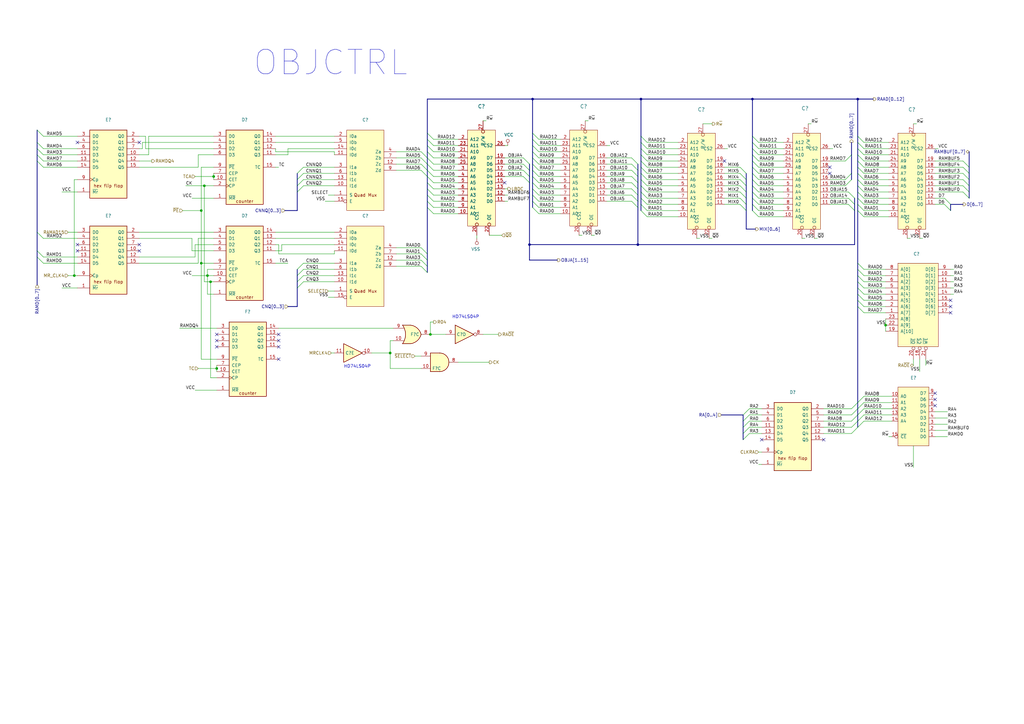
<source format=kicad_sch>
(kicad_sch (version 20211123) (generator eeschema)
  (paper "A3")
  (title_block (date "2022-04-29") (rev "J. Tejada") (company "JOTEGO") (comment 1 "Esperanza D. Triana"))
  (junction (at 87.63 72.39))
  (junction (at 88.9 151.13))
  (junction (at 30.48 113.03))
  (junction (at 218.44 40.64))
  (junction (at 262.89 40.64))
  (junction (at 160.02 144.78))
  (junction (at 261.62 100.33))
  (junction (at 83.82 76.2))
  (junction (at 217.17 100.33))
  (junction (at 363.22 133.35))
  (junction (at 86.36 115.57))
  (junction (at 82.55 86.36))
  (junction (at 85.09 113.03))
  (junction (at 308.61 40.64))
  (junction (at 82.55 107.95))
  (junction (at 176.53 137.16))
  (junction (at 351.79 40.64))
  (no_connect (at 383.54 161.29))
  (no_connect (at 389.89 125.73))
  (no_connect (at 337.82 180.34))
  (no_connect (at 31.75 100.33))
  (no_connect (at 114.3 142.24))
  (no_connect (at 114.3 137.16))
  (no_connect (at 340.36 68.58))
  (no_connect (at 207.01 74.93))
  (no_connect (at 383.54 166.37))
  (no_connect (at 389.89 123.19))
  (no_connect (at 114.3 147.32))
  (no_connect (at 31.75 58.42))
  (no_connect (at 389.89 128.27))
  (no_connect (at 57.15 100.33))
  (no_connect (at 88.9 142.24))
  (no_connect (at 88.9 137.16))
  (no_connect (at 383.54 163.83))
  (no_connect (at 57.15 102.87))
  (no_connect (at 340.36 71.12))
  (no_connect (at 312.42 180.34))
  (no_connect (at 114.3 139.7))
  (no_connect (at 31.75 102.87))
  (no_connect (at 297.18 66.04))
  (no_connect (at 57.15 58.42))
  (no_connect (at 88.9 139.7))
  (bus_entry (at 351.79 55.88) (size 2.54 2.54))
  (bus_entry (at 308.61 73.66) (size 2.54 2.54))
  (bus_entry (at 121.92 71.12) (size 2.54 -2.54))
  (bus_entry (at 387.35 81.28) (size 2.54 2.54))
  (bus_entry (at 307.34 170.18) (size -2.54 2.54))
  (bus_entry (at 397.51 71.12) (size -2.54 -2.54))
  (bus_entry (at 351.79 58.42) (size 2.54 2.54))
  (bus_entry (at 397.51 78.74) (size -2.54 -2.54))
  (bus_entry (at 121.92 113.03) (size 2.54 -2.54))
  (bus_entry (at 306.07 71.12) (size -2.54 -2.54))
  (bus_entry (at 397.51 81.28) (size -2.54 -2.54))
  (bus_entry (at 262.89 73.66) (size 2.54 2.54))
  (bus_entry (at 308.61 83.82) (size 2.54 2.54))
  (bus_entry (at 15.24 58.42) (size 2.54 2.54))
  (bus_entry (at 261.62 80.01) (size -2.54 -2.54))
  (bus_entry (at 15.24 95.25) (size 2.54 2.54))
  (bus_entry (at 175.26 64.77) (size 2.54 2.54))
  (bus_entry (at 262.89 66.04) (size 2.54 2.54))
  (bus_entry (at 175.26 106.68) (size -2.54 -2.54))
  (bus_entry (at 214.63 72.39) (size 2.54 2.54))
  (bus_entry (at 351.79 110.49) (size 2.54 2.54))
  (bus_entry (at 351.79 115.57) (size 2.54 2.54))
  (bus_entry (at 349.25 172.72) (size 2.54 -2.54))
  (bus_entry (at 347.98 81.28) (size 2.54 2.54))
  (bus_entry (at 349.25 177.8) (size 2.54 -2.54))
  (bus_entry (at 15.24 53.34) (size 2.54 2.54))
  (bus_entry (at 262.89 78.74) (size 2.54 2.54))
  (bus_entry (at 354.33 162.56) (size -2.54 2.54))
  (bus_entry (at 307.34 172.72) (size -2.54 2.54))
  (bus_entry (at 308.61 71.12) (size 2.54 2.54))
  (bus_entry (at 349.25 175.26) (size 2.54 -2.54))
  (bus_entry (at 121.92 73.66) (size 2.54 -2.54))
  (bus_entry (at 303.53 76.2) (size 2.54 2.54))
  (bus_entry (at 218.44 74.93) (size 2.54 2.54))
  (bus_entry (at 308.61 86.36) (size 2.54 2.54))
  (bus_entry (at 308.61 68.58) (size 2.54 2.54))
  (bus_entry (at 175.26 69.85) (size 2.54 2.54))
  (bus_entry (at 218.44 57.15) (size 2.54 2.54))
  (bus_entry (at 218.44 54.61) (size 2.54 2.54))
  (bus_entry (at 347.98 83.82) (size 2.54 2.54))
  (bus_entry (at 175.26 64.77) (size -2.54 -2.54))
  (bus_entry (at 308.61 63.5) (size 2.54 2.54))
  (bus_entry (at 262.89 68.58) (size 2.54 2.54))
  (bus_entry (at 175.26 69.85) (size -2.54 -2.54))
  (bus_entry (at 308.61 76.2) (size 2.54 2.54))
  (bus_entry (at 351.79 76.2) (size 2.54 2.54))
  (bus_entry (at 175.26 85.09) (size 2.54 2.54))
  (bus_entry (at 121.92 78.74) (size 2.54 -2.54))
  (bus_entry (at 175.26 111.76) (size -2.54 -2.54))
  (bus_entry (at 308.61 78.74) (size 2.54 2.54))
  (bus_entry (at 218.44 59.69) (size 2.54 2.54))
  (bus_entry (at 218.44 72.39) (size 2.54 2.54))
  (bus_entry (at 175.26 72.39) (size 2.54 2.54))
  (bus_entry (at 261.62 77.47) (size -2.54 -2.54))
  (bus_entry (at 351.79 86.36) (size 2.54 2.54))
  (bus_entry (at 351.79 107.95) (size 2.54 2.54))
  (bus_entry (at 218.44 62.23) (size 2.54 2.54))
  (bus_entry (at 308.61 81.28) (size 2.54 2.54))
  (bus_entry (at 397.51 68.58) (size -2.54 -2.54))
  (bus_entry (at 349.25 167.64) (size 2.54 -2.54))
  (bus_entry (at 175.26 67.31) (size -2.54 -2.54))
  (bus_entry (at 308.61 60.96) (size 2.54 2.54))
  (bus_entry (at 351.79 120.65) (size 2.54 2.54))
  (bus_entry (at 306.07 86.36) (size -2.54 -2.54))
  (bus_entry (at 121.92 118.11) (size 2.54 -2.54))
  (bus_entry (at 262.89 63.5) (size 2.54 2.54))
  (bus_entry (at 261.62 72.39) (size -2.54 -2.54))
  (bus_entry (at 262.89 86.36) (size 2.54 2.54))
  (bus_entry (at 306.07 83.82) (size -2.54 -2.54))
  (bus_entry (at 218.44 85.09) (size 2.54 2.54))
  (bus_entry (at 308.61 66.04) (size 2.54 2.54))
  (bus_entry (at 218.44 67.31) (size 2.54 2.54))
  (bus_entry (at 351.79 123.19) (size 2.54 2.54))
  (bus_entry (at 175.26 74.93) (size 2.54 2.54))
  (bus_entry (at 218.44 77.47) (size 2.54 2.54))
  (bus_entry (at 175.26 109.22) (size -2.54 -2.54))
  (bus_entry (at 397.51 73.66) (size -2.54 -2.54))
  (bus_entry (at 308.61 58.42) (size 2.54 2.54))
  (bus_entry (at 121.92 110.49) (size 2.54 -2.54))
  (bus_entry (at 351.79 73.66) (size 2.54 2.54))
  (bus_entry (at 350.52 81.28) (size -2.54 -2.54))
  (bus_entry (at 306.07 76.2) (size -2.54 -2.54))
  (bus_entry (at 217.17 67.31) (size -2.54 -2.54))
  (bus_entry (at 387.35 83.82) (size 2.54 2.54))
  (bus_entry (at 15.24 60.96) (size 2.54 2.54))
  (bus_entry (at 306.07 73.66) (size -2.54 -2.54))
  (bus_entry (at 15.24 66.04) (size 2.54 2.54))
  (bus_entry (at 354.33 170.18) (size -2.54 2.54))
  (bus_entry (at 304.8 170.18) (size 2.54 -2.54))
  (bus_entry (at 351.79 66.04) (size 2.54 2.54))
  (bus_entry (at 175.26 59.69) (size 2.54 2.54))
  (bus_entry (at 261.62 69.85) (size -2.54 -2.54))
  (bus_entry (at 175.26 80.01) (size 2.54 2.54))
  (bus_entry (at 351.79 125.73) (size 2.54 2.54))
  (bus_entry (at 351.79 71.12) (size 2.54 2.54))
  (bus_entry (at 351.79 78.74) (size 2.54 2.54))
  (bus_entry (at 262.89 71.12) (size 2.54 2.54))
  (bus_entry (at 307.34 177.8) (size -2.54 2.54))
  (bus_entry (at 349.25 71.12) (size -2.54 2.54))
  (bus_entry (at 175.26 82.55) (size 2.54 2.54))
  (bus_entry (at 218.44 69.85) (size 2.54 2.54))
  (bus_entry (at 261.62 82.55) (size -2.54 -2.54))
  (bus_entry (at 218.44 80.01) (size 2.54 2.54))
  (bus_entry (at 308.61 55.88) (size 2.54 2.54))
  (bus_entry (at 349.25 170.18) (size 2.54 -2.54))
  (bus_entry (at 172.72 69.85) (size 2.54 2.54))
  (bus_entry (at 15.24 63.5) (size 2.54 2.54))
  (bus_entry (at 351.79 118.11) (size 2.54 2.54))
  (bus_entry (at 217.17 69.85) (size -2.54 -2.54))
  (bus_entry (at 175.26 62.23) (size 2.54 2.54))
  (bus_entry (at 351.79 83.82) (size 2.54 2.54))
  (bus_entry (at 218.44 82.55) (size 2.54 2.54))
  (bus_entry (at 349.25 73.66) (size -2.54 2.54))
  (bus_entry (at 218.44 64.77) (size 2.54 2.54))
  (bus_entry (at 15.24 105.41) (size 2.54 2.54))
  (bus_entry (at 175.26 104.14) (size -2.54 -2.54))
  (bus_entry (at 262.89 76.2) (size 2.54 2.54))
  (bus_entry (at 307.34 175.26) (size -2.54 2.54))
  (bus_entry (at 121.92 115.57) (size 2.54 -2.54))
  (bus_entry (at 394.97 73.66) (size 2.54 2.54))
  (bus_entry (at 306.07 81.28) (size -2.54 -2.54))
  (bus_entry (at 349.25 63.5) (size -2.54 2.54))
  (bus_entry (at 354.33 165.1) (size -2.54 2.54))
  (bus_entry (at 259.08 72.39) (size 2.54 2.54))
  (bus_entry (at 259.08 82.55) (size 2.54 2.54))
  (bus_entry (at 351.79 60.96) (size 2.54 2.54))
  (bus_entry (at 261.62 67.31) (size -2.54 -2.54))
  (bus_entry (at 354.33 172.72) (size -2.54 2.54))
  (bus_entry (at 262.89 60.96) (size 2.54 2.54))
  (bus_entry (at 262.89 58.42) (size 2.54 2.54))
  (bus_entry (at 351.79 113.03) (size 2.54 2.54))
  (bus_entry (at 121.92 76.2) (size 2.54 -2.54))
  (bus_entry (at 15.24 102.87) (size 2.54 2.54))
  (bus_entry (at 262.89 83.82) (size 2.54 2.54))
  (bus_entry (at 175.26 67.31) (size 2.54 2.54))
  (bus_entry (at 175.26 54.61) (size 2.54 2.54))
  (bus_entry (at 351.79 68.58) (size 2.54 2.54))
  (bus_entry (at 354.33 167.64) (size -2.54 2.54))
  (bus_entry (at 351.79 63.5) (size 2.54 2.54))
  (bus_entry (at 175.26 77.47) (size 2.54 2.54))
  (bus_entry (at 262.89 55.88) (size 2.54 2.54))
  (bus_entry (at 217.17 72.39) (size -2.54 -2.54))
  (bus_entry (at 175.26 57.15) (size 2.54 2.54))
  (bus_entry (at 262.89 81.28) (size 2.54 2.54))
  (bus_entry (at 351.79 81.28) (size 2.54 2.54))
  (wire (pts (xy 17.78 97.79) (xy 31.75 97.79)))
  (wire (pts (xy 17.78 107.95) (xy 31.75 107.95)))
  (bus (pts (xy 121.92 86.36) (xy 116.84 86.36)))
  (wire (pts (xy 113.03 97.79) (xy 137.16 97.79)))
  (bus (pts (xy 262.89 58.42) (xy 262.89 60.96)))
  (wire (pts (xy 177.8 57.15) (xy 187.96 57.15)))
  (bus (pts (xy 397.51 71.12) (xy 397.51 73.66)))
  (bus (pts (xy 308.61 83.82) (xy 308.61 86.36)))
  (wire (pts (xy 74.93 86.36) (xy 82.55 86.36)))
  (bus (pts (xy 121.92 71.12) (xy 121.92 73.66)))
  (wire (pts (xy 118.11 63.5) (xy 118.11 60.96)))
  (bus (pts (xy 175.26 77.47) (xy 175.26 80.01)))
  (bus (pts (xy 262.89 83.82) (xy 262.89 86.36)))
  (wire (pts (xy 311.15 58.42) (xy 321.31 58.42)))
  (bus (pts (xy 217.17 67.31) (xy 217.17 69.85)))
  (wire (pts (xy 86.36 115.57) (xy 87.63 115.57)))
  (wire (pts (xy 176.53 137.16) (xy 182.88 137.16)))
  (wire (pts (xy 220.98 74.93) (xy 229.87 74.93)))
  (bus (pts (xy 306.07 71.12) (xy 306.07 73.66)))
  (bus (pts (xy 262.89 63.5) (xy 262.89 66.04)))
  (bus (pts (xy 351.79 76.2) (xy 351.79 78.74)))
  (bus (pts (xy 261.62 100.33) (xy 350.52 100.33)))
  (wire (pts (xy 220.98 64.77) (xy 229.87 64.77)))
  (wire (pts (xy 160.02 144.78) (xy 160.02 151.13)))
  (bus (pts (xy 306.07 86.36) (xy 306.07 93.98)))
  (wire (pts (xy 207.01 69.85) (xy 214.63 69.85)))
  (wire (pts (xy 377.19 147.32) (xy 377.19 152.4)))
  (wire (pts (xy 113.03 100.33) (xy 114.3 100.33)))
  (wire (pts (xy 383.54 168.91) (xy 388.62 168.91)))
  (wire (pts (xy 176.53 137.16) (xy 176.53 132.08)))
  (wire (pts (xy 114.3 100.33) (xy 114.3 104.14)))
  (wire (pts (xy 248.92 80.01) (xy 259.08 80.01)))
  (wire (pts (xy 383.54 78.74) (xy 394.97 78.74)))
  (wire (pts (xy 340.36 60.96) (xy 341.63 60.96)))
  (wire (pts (xy 162.56 64.77) (xy 172.72 64.77)))
  (wire (pts (xy 374.65 147.32) (xy 374.65 149.86)))
  (wire (pts (xy 124.46 110.49) (xy 137.16 110.49)))
  (wire (pts (xy 17.78 105.41) (xy 31.75 105.41)))
  (wire (pts (xy 177.8 85.09) (xy 187.96 85.09)))
  (wire (pts (xy 82.55 107.95) (xy 87.63 107.95)))
  (wire (pts (xy 162.56 62.23) (xy 172.72 62.23)))
  (bus (pts (xy 358.14 40.64) (xy 351.79 40.64)))
  (bus (pts (xy 121.92 73.66) (xy 121.92 76.2)))
  (wire (pts (xy 297.18 60.96) (xy 298.45 60.96)))
  (bus (pts (xy 304.8 175.26) (xy 304.8 177.8)))
  (wire (pts (xy 220.98 87.63) (xy 229.87 87.63)))
  (bus (pts (xy 218.44 59.69) (xy 218.44 62.23)))
  (wire (pts (xy 76.2 76.2) (xy 83.82 76.2)))
  (bus (pts (xy 217.17 69.85) (xy 217.17 72.39)))
  (wire (pts (xy 134.62 80.01) (xy 137.16 80.01)))
  (wire (pts (xy 30.48 73.66) (xy 30.48 113.03)))
  (wire (pts (xy 30.48 113.03) (xy 31.75 113.03)))
  (wire (pts (xy 161.29 139.7) (xy 160.02 139.7)))
  (wire (pts (xy 297.18 68.58) (xy 303.53 68.58)))
  (wire (pts (xy 177.8 62.23) (xy 187.96 62.23)))
  (wire (pts (xy 307.34 167.64) (xy 312.42 167.64)))
  (wire (pts (xy 311.15 185.42) (xy 312.42 185.42)))
  (wire (pts (xy 383.54 60.96) (xy 384.81 60.96)))
  (wire (pts (xy 389.89 118.11) (xy 391.16 118.11)))
  (wire (pts (xy 340.36 83.82) (xy 347.98 83.82)))
  (wire (pts (xy 87.63 113.03) (xy 85.09 113.03)))
  (bus (pts (xy 351.79 172.72) (xy 351.79 175.26)))
  (bus (pts (xy 121.92 110.49) (xy 121.92 113.03)))
  (wire (pts (xy 311.15 66.04) (xy 321.31 66.04)))
  (wire (pts (xy 57.15 97.79) (xy 78.74 97.79)))
  (wire (pts (xy 30.48 73.66) (xy 31.75 73.66)))
  (wire (pts (xy 364.49 179.07) (xy 365.76 179.07)))
  (wire (pts (xy 113.03 62.23) (xy 137.16 62.23)))
  (wire (pts (xy 207.01 64.77) (xy 214.63 64.77)))
  (wire (pts (xy 85.09 113.03) (xy 85.09 110.49)))
  (wire (pts (xy 137.16 100.33) (xy 115.57 100.33)))
  (wire (pts (xy 389.89 120.65) (xy 391.16 120.65)))
  (bus (pts (xy 121.92 115.57) (xy 121.92 118.11)))
  (bus (pts (xy 121.92 125.73) (xy 118.11 125.73)))
  (wire (pts (xy 337.82 170.18) (xy 349.25 170.18)))
  (bus (pts (xy 351.79 115.57) (xy 351.79 118.11)))
  (wire (pts (xy 162.56 109.22) (xy 172.72 109.22)))
  (bus (pts (xy 304.8 172.72) (xy 304.8 175.26)))
  (bus (pts (xy 175.26 62.23) (xy 175.26 64.77)))
  (bus (pts (xy 304.8 170.18) (xy 295.91 170.18)))
  (wire (pts (xy 124.46 113.03) (xy 137.16 113.03)))
  (bus (pts (xy 351.79 78.74) (xy 351.79 81.28)))
  (wire (pts (xy 311.15 63.5) (xy 321.31 63.5)))
  (bus (pts (xy 218.44 57.15) (xy 218.44 59.69)))
  (wire (pts (xy 354.33 76.2) (xy 364.49 76.2)))
  (bus (pts (xy 121.92 118.11) (xy 121.92 125.73)))
  (bus (pts (xy 15.24 58.42) (xy 15.24 60.96)))
  (wire (pts (xy 124.46 71.12) (xy 137.16 71.12)))
  (wire (pts (xy 199.39 49.53) (xy 198.12 49.53)))
  (bus (pts (xy 218.44 40.64) (xy 218.44 54.61)))
  (wire (pts (xy 207.01 77.47) (xy 208.28 77.47)))
  (wire (pts (xy 372.11 97.79) (xy 373.38 97.79)))
  (wire (pts (xy 57.15 66.04) (xy 62.23 66.04)))
  (wire (pts (xy 248.92 74.93) (xy 259.08 74.93)))
  (bus (pts (xy 308.61 73.66) (xy 308.61 76.2)))
  (wire (pts (xy 17.78 68.58) (xy 31.75 68.58)))
  (bus (pts (xy 349.25 63.5) (xy 349.25 71.12)))
  (bus (pts (xy 308.61 71.12) (xy 308.61 73.66)))
  (wire (pts (xy 170.18 146.05) (xy 172.72 146.05)))
  (wire (pts (xy 113.03 63.5) (xy 118.11 63.5)))
  (wire (pts (xy 162.56 104.14) (xy 172.72 104.14)))
  (wire (pts (xy 113.03 55.88) (xy 137.16 55.88)))
  (bus (pts (xy 351.79 58.42) (xy 351.79 60.96)))
  (wire (pts (xy 297.18 78.74) (xy 303.53 78.74)))
  (wire (pts (xy 248.92 77.47) (xy 259.08 77.47)))
  (bus (pts (xy 308.61 76.2) (xy 308.61 78.74)))
  (wire (pts (xy 78.74 102.87) (xy 78.74 97.79)))
  (wire (pts (xy 383.54 76.2) (xy 394.97 76.2)))
  (wire (pts (xy 81.28 107.95) (xy 57.15 107.95)))
  (wire (pts (xy 83.82 115.57) (xy 86.36 115.57)))
  (bus (pts (xy 397.51 76.2) (xy 397.51 78.74)))
  (bus (pts (xy 351.79 81.28) (xy 351.79 83.82)))
  (wire (pts (xy 311.15 73.66) (xy 321.31 73.66)))
  (wire (pts (xy 354.33 63.5) (xy 364.49 63.5)))
  (wire (pts (xy 265.43 88.9) (xy 278.13 88.9)))
  (bus (pts (xy 351.79 71.12) (xy 351.79 73.66)))
  (wire (pts (xy 248.92 69.85) (xy 259.08 69.85)))
  (wire (pts (xy 80.01 100.33) (xy 80.01 105.41)))
  (wire (pts (xy 238.76 96.52) (xy 237.49 96.52)))
  (bus (pts (xy 261.62 82.55) (xy 261.62 85.09)))
  (bus (pts (xy 262.89 78.74) (xy 262.89 81.28)))
  (bus (pts (xy 217.17 106.68) (xy 228.6 106.68)))
  (bus (pts (xy 351.79 110.49) (xy 351.79 113.03)))
  (bus (pts (xy 175.26 59.69) (xy 175.26 62.23)))
  (wire (pts (xy 17.78 55.88) (xy 31.75 55.88)))
  (wire (pts (xy 113.03 60.96) (xy 113.03 62.23)))
  (wire (pts (xy 297.18 71.12) (xy 303.53 71.12)))
  (bus (pts (xy 261.62 74.93) (xy 261.62 77.47)))
  (wire (pts (xy 334.01 97.79) (xy 335.28 97.79)))
  (wire (pts (xy 354.33 123.19) (xy 363.22 123.19)))
  (wire (pts (xy 354.33 128.27) (xy 363.22 128.27)))
  (wire (pts (xy 78.74 102.87) (xy 87.63 102.87)))
  (bus (pts (xy 351.79 86.36) (xy 351.79 107.95)))
  (wire (pts (xy 311.15 83.82) (xy 321.31 83.82)))
  (wire (pts (xy 78.74 81.28) (xy 87.63 81.28)))
  (bus (pts (xy 306.07 83.82) (xy 306.07 86.36)))
  (wire (pts (xy 265.43 73.66) (xy 278.13 73.66)))
  (bus (pts (xy 218.44 77.47) (xy 218.44 80.01)))
  (bus (pts (xy 397.51 62.23) (xy 397.51 68.58)))
  (wire (pts (xy 86.36 154.94) (xy 86.36 115.57)))
  (bus (pts (xy 349.25 58.42) (xy 349.25 63.5)))
  (wire (pts (xy 311.15 68.58) (xy 321.31 68.58)))
  (bus (pts (xy 15.24 60.96) (xy 15.24 63.5)))
  (wire (pts (xy 337.82 167.64) (xy 349.25 167.64)))
  (bus (pts (xy 308.61 66.04) (xy 308.61 68.58)))
  (wire (pts (xy 265.43 58.42) (xy 278.13 58.42)))
  (bus (pts (xy 351.79 125.73) (xy 351.79 165.1)))
  (wire (pts (xy 162.56 106.68) (xy 172.72 106.68)))
  (wire (pts (xy 57.15 55.88) (xy 59.69 55.88)))
  (wire (pts (xy 363.22 133.35) (xy 363.22 135.89)))
  (wire (pts (xy 114.3 68.58) (xy 113.03 68.58)))
  (wire (pts (xy 374.65 182.88) (xy 374.65 191.77)))
  (wire (pts (xy 17.78 60.96) (xy 31.75 60.96)))
  (bus (pts (xy 350.52 86.36) (xy 350.52 100.33)))
  (wire (pts (xy 220.98 77.47) (xy 229.87 77.47)))
  (wire (pts (xy 383.54 71.12) (xy 394.97 71.12)))
  (bus (pts (xy 218.44 82.55) (xy 218.44 85.09)))
  (bus (pts (xy 306.07 73.66) (xy 306.07 76.2)))
  (bus (pts (xy 218.44 67.31) (xy 218.44 69.85)))
  (wire (pts (xy 242.57 96.52) (xy 243.84 96.52)))
  (bus (pts (xy 218.44 80.01) (xy 218.44 82.55)))
  (wire (pts (xy 162.56 101.6) (xy 172.72 101.6)))
  (bus (pts (xy 351.79 73.66) (xy 351.79 76.2)))
  (wire (pts (xy 297.18 76.2) (xy 303.53 76.2)))
  (wire (pts (xy 114.3 134.62) (xy 161.29 134.62)))
  (wire (pts (xy 354.33 118.11) (xy 363.22 118.11)))
  (wire (pts (xy 292.1 50.8) (xy 288.29 50.8)))
  (bus (pts (xy 175.26 72.39) (xy 175.26 74.93)))
  (wire (pts (xy 60.96 55.88) (xy 87.63 55.88)))
  (wire (pts (xy 207.01 72.39) (xy 214.63 72.39)))
  (bus (pts (xy 351.79 107.95) (xy 351.79 110.49)))
  (wire (pts (xy 354.33 162.56) (xy 365.76 162.56)))
  (bus (pts (xy 261.62 72.39) (xy 261.62 74.93)))
  (wire (pts (xy 27.94 95.25) (xy 31.75 95.25)))
  (bus (pts (xy 262.89 40.64) (xy 262.89 55.88)))
  (bus (pts (xy 308.61 81.28) (xy 308.61 83.82)))
  (wire (pts (xy 265.43 60.96) (xy 278.13 60.96)))
  (wire (pts (xy 87.63 72.39) (xy 87.63 73.66)))
  (wire (pts (xy 177.8 74.93) (xy 187.96 74.93)))
  (wire (pts (xy 88.9 151.13) (xy 88.9 152.4)))
  (wire (pts (xy 383.54 73.66) (xy 394.97 73.66)))
  (wire (pts (xy 383.54 171.45) (xy 388.62 171.45)))
  (wire (pts (xy 85.09 120.65) (xy 87.63 120.65)))
  (wire (pts (xy 340.36 76.2) (xy 346.71 76.2)))
  (bus (pts (xy 261.62 80.01) (xy 261.62 82.55)))
  (wire (pts (xy 80.01 72.39) (xy 87.63 72.39)))
  (wire (pts (xy 354.33 66.04) (xy 364.49 66.04)))
  (wire (pts (xy 297.18 73.66) (xy 303.53 73.66)))
  (wire (pts (xy 354.33 110.49) (xy 363.22 110.49)))
  (wire (pts (xy 265.43 86.36) (xy 278.13 86.36)))
  (wire (pts (xy 82.55 147.32) (xy 88.9 147.32)))
  (wire (pts (xy 124.46 115.57) (xy 137.16 115.57)))
  (bus (pts (xy 306.07 93.98) (xy 309.88 93.98)))
  (bus (pts (xy 262.89 40.64) (xy 308.61 40.64)))
  (bus (pts (xy 304.8 177.8) (xy 304.8 180.34)))
  (bus (pts (xy 175.26 64.77) (xy 175.26 67.31)))
  (wire (pts (xy 200.66 148.59) (xy 187.96 148.59)))
  (bus (pts (xy 175.26 80.01) (xy 175.26 82.55)))
  (wire (pts (xy 379.73 147.32) (xy 379.73 149.86)))
  (bus (pts (xy 349.25 71.12) (xy 349.25 73.66)))
  (wire (pts (xy 177.8 64.77) (xy 187.96 64.77)))
  (wire (pts (xy 354.33 125.73) (xy 363.22 125.73)))
  (wire (pts (xy 311.15 60.96) (xy 321.31 60.96)))
  (bus (pts (xy 262.89 73.66) (xy 262.89 76.2)))
  (wire (pts (xy 57.15 60.96) (xy 58.42 60.96)))
  (bus (pts (xy 217.17 100.33) (xy 261.62 100.33)))
  (bus (pts (xy 15.24 63.5) (xy 15.24 66.04)))
  (wire (pts (xy 340.36 73.66) (xy 346.71 73.66)))
  (wire (pts (xy 383.54 68.58) (xy 394.97 68.58)))
  (wire (pts (xy 177.8 59.69) (xy 187.96 59.69)))
  (wire (pts (xy 220.98 80.01) (xy 229.87 80.01)))
  (bus (pts (xy 175.26 54.61) (xy 175.26 57.15)))
  (wire (pts (xy 162.56 69.85) (xy 172.72 69.85)))
  (wire (pts (xy 124.46 73.66) (xy 137.16 73.66)))
  (wire (pts (xy 162.56 67.31) (xy 172.72 67.31)))
  (wire (pts (xy 207.01 82.55) (xy 208.28 82.55)))
  (bus (pts (xy 262.89 71.12) (xy 262.89 73.66)))
  (bus (pts (xy 351.79 118.11) (xy 351.79 120.65)))
  (bus (pts (xy 351.79 66.04) (xy 351.79 68.58)))
  (wire (pts (xy 248.92 67.31) (xy 259.08 67.31)))
  (bus (pts (xy 175.26 74.93) (xy 175.26 77.47)))
  (bus (pts (xy 389.89 83.82) (xy 389.89 86.36)))
  (wire (pts (xy 137.16 104.14) (xy 137.16 102.87)))
  (wire (pts (xy 207.01 80.01) (xy 208.28 80.01)))
  (wire (pts (xy 85.09 113.03) (xy 78.74 113.03)))
  (bus (pts (xy 308.61 40.64) (xy 351.79 40.64)))
  (wire (pts (xy 160.02 139.7) (xy 160.02 144.78)))
  (wire (pts (xy 25.4 118.11) (xy 31.75 118.11)))
  (wire (pts (xy 81.28 97.79) (xy 87.63 97.79)))
  (wire (pts (xy 375.92 50.8) (xy 374.65 50.8)))
  (wire (pts (xy 389.89 113.03) (xy 391.16 113.03)))
  (wire (pts (xy 331.47 50.8) (xy 332.74 50.8)))
  (wire (pts (xy 220.98 59.69) (xy 229.87 59.69)))
  (wire (pts (xy 220.98 85.09) (xy 229.87 85.09)))
  (wire (pts (xy 383.54 83.82) (xy 387.35 83.82)))
  (wire (pts (xy 354.33 86.36) (xy 364.49 86.36)))
  (bus (pts (xy 15.24 66.04) (xy 15.24 95.25)))
  (wire (pts (xy 383.54 176.53) (xy 388.62 176.53)))
  (wire (pts (xy 337.82 177.8) (xy 349.25 177.8)))
  (wire (pts (xy 340.36 66.04) (xy 346.71 66.04)))
  (bus (pts (xy 306.07 76.2) (xy 306.07 78.74)))
  (wire (pts (xy 124.46 76.2) (xy 137.16 76.2)))
  (bus (pts (xy 217.17 100.33) (xy 217.17 106.68)))
  (wire (pts (xy 265.43 83.82) (xy 278.13 83.82)))
  (wire (pts (xy 265.43 71.12) (xy 278.13 71.12)))
  (wire (pts (xy 383.54 81.28) (xy 387.35 81.28)))
  (wire (pts (xy 177.8 67.31) (xy 187.96 67.31)))
  (wire (pts (xy 383.54 66.04) (xy 394.97 66.04)))
  (bus (pts (xy 261.62 69.85) (xy 261.62 72.39)))
  (wire (pts (xy 220.98 62.23) (xy 229.87 62.23)))
  (wire (pts (xy 57.15 63.5) (xy 60.96 63.5)))
  (wire (pts (xy 207.01 59.69) (xy 208.28 59.69)))
  (bus (pts (xy 351.79 63.5) (xy 351.79 66.04)))
  (wire (pts (xy 58.42 60.96) (xy 58.42 58.42)))
  (bus (pts (xy 351.79 60.96) (xy 351.79 63.5)))
  (bus (pts (xy 397.51 78.74) (xy 397.51 81.28)))
  (wire (pts (xy 25.4 78.74) (xy 31.75 78.74)))
  (bus (pts (xy 351.79 165.1) (xy 351.79 167.64)))
  (wire (pts (xy 85.09 120.65) (xy 85.09 113.03)))
  (wire (pts (xy 265.43 78.74) (xy 278.13 78.74)))
  (wire (pts (xy 220.98 82.55) (xy 229.87 82.55)))
  (wire (pts (xy 354.33 71.12) (xy 364.49 71.12)))
  (wire (pts (xy 80.01 160.02) (xy 88.9 160.02)))
  (bus (pts (xy 350.52 83.82) (xy 350.52 86.36)))
  (bus (pts (xy 175.26 40.64) (xy 175.26 54.61)))
  (bus (pts (xy 262.89 76.2) (xy 262.89 78.74)))
  (bus (pts (xy 15.24 95.25) (xy 15.24 102.87)))
  (bus (pts (xy 304.8 170.18) (xy 304.8 172.72)))
  (wire (pts (xy 354.33 88.9) (xy 364.49 88.9)))
  (bus (pts (xy 175.26 106.68) (xy 175.26 109.22)))
  (wire (pts (xy 354.33 68.58) (xy 364.49 68.58)))
  (wire (pts (xy 265.43 63.5) (xy 278.13 63.5)))
  (wire (pts (xy 17.78 63.5) (xy 31.75 63.5)))
  (wire (pts (xy 200.66 96.52) (xy 205.74 96.52)))
  (wire (pts (xy 248.92 82.55) (xy 259.08 82.55)))
  (wire (pts (xy 177.8 80.01) (xy 187.96 80.01)))
  (wire (pts (xy 307.34 175.26) (xy 312.42 175.26)))
  (wire (pts (xy 204.47 137.16) (xy 198.12 137.16)))
  (wire (pts (xy 59.69 60.96) (xy 87.63 60.96)))
  (bus (pts (xy 175.26 85.09) (xy 175.26 104.14)))
  (bus (pts (xy 175.26 104.14) (xy 175.26 106.68)))
  (wire (pts (xy 297.18 83.82) (xy 303.53 83.82)))
  (wire (pts (xy 354.33 60.96) (xy 364.49 60.96)))
  (wire (pts (xy 220.98 72.39) (xy 229.87 72.39)))
  (bus (pts (xy 261.62 67.31) (xy 261.62 69.85)))
  (wire (pts (xy 307.34 172.72) (xy 312.42 172.72)))
  (wire (pts (xy 124.46 107.95) (xy 137.16 107.95)))
  (wire (pts (xy 389.89 115.57) (xy 391.16 115.57)))
  (bus (pts (xy 308.61 55.88) (xy 308.61 58.42)))
  (wire (pts (xy 311.15 81.28) (xy 321.31 81.28)))
  (bus (pts (xy 262.89 55.88) (xy 262.89 58.42)))
  (bus (pts (xy 351.79 83.82) (xy 351.79 86.36)))
  (bus (pts (xy 351.79 68.58) (xy 351.79 71.12)))
  (wire (pts (xy 82.55 107.95) (xy 82.55 147.32)))
  (wire (pts (xy 220.98 69.85) (xy 229.87 69.85)))
  (wire (pts (xy 177.8 87.63) (xy 187.96 87.63)))
  (wire (pts (xy 354.33 165.1) (xy 365.76 165.1)))
  (wire (pts (xy 195.58 97.79) (xy 195.58 96.52)))
  (bus (pts (xy 218.44 69.85) (xy 218.44 72.39)))
  (wire (pts (xy 311.15 88.9) (xy 321.31 88.9)))
  (bus (pts (xy 308.61 63.5) (xy 308.61 66.04)))
  (wire (pts (xy 177.8 82.55) (xy 187.96 82.55)))
  (bus (pts (xy 262.89 81.28) (xy 262.89 83.82)))
  (wire (pts (xy 383.54 179.07) (xy 388.62 179.07)))
  (bus (pts (xy 175.26 40.64) (xy 218.44 40.64)))
  (wire (pts (xy 82.55 68.58) (xy 87.63 68.58)))
  (wire (pts (xy 85.09 110.49) (xy 87.63 110.49)))
  (wire (pts (xy 87.63 71.12) (xy 87.63 72.39)))
  (wire (pts (xy 265.43 68.58) (xy 278.13 68.58)))
  (wire (pts (xy 354.33 78.74) (xy 364.49 78.74)))
  (wire (pts (xy 297.18 81.28) (xy 303.53 81.28)))
  (wire (pts (xy 354.33 81.28) (xy 364.49 81.28)))
  (bus (pts (xy 306.07 81.28) (xy 306.07 83.82)))
  (bus (pts (xy 397.51 68.58) (xy 397.51 71.12)))
  (bus (pts (xy 308.61 40.64) (xy 308.61 55.88)))
  (wire (pts (xy 265.43 66.04) (xy 278.13 66.04)))
  (wire (pts (xy 30.48 113.03) (xy 27.94 113.03)))
  (bus (pts (xy 218.44 54.61) (xy 218.44 57.15)))
  (wire (pts (xy 311.15 86.36) (xy 321.31 86.36)))
  (bus (pts (xy 121.92 78.74) (xy 121.92 86.36)))
  (wire (pts (xy 73.66 134.62) (xy 88.9 134.62)))
  (wire (pts (xy 337.82 172.72) (xy 349.25 172.72)))
  (bus (pts (xy 308.61 78.74) (xy 308.61 81.28)))
  (wire (pts (xy 311.15 76.2) (xy 321.31 76.2)))
  (wire (pts (xy 59.69 55.88) (xy 59.69 60.96)))
  (wire (pts (xy 137.16 119.38) (xy 134.62 119.38)))
  (wire (pts (xy 354.33 73.66) (xy 364.49 73.66)))
  (wire (pts (xy 88.9 154.94) (xy 86.36 154.94)))
  (wire (pts (xy 57.15 68.58) (xy 81.28 68.58)))
  (wire (pts (xy 248.92 64.77) (xy 259.08 64.77)))
  (wire (pts (xy 113.03 95.25) (xy 137.16 95.25)))
  (wire (pts (xy 87.63 63.5) (xy 81.28 63.5)))
  (wire (pts (xy 17.78 66.04) (xy 31.75 66.04)))
  (wire (pts (xy 83.82 76.2) (xy 87.63 76.2)))
  (wire (pts (xy 354.33 120.65) (xy 363.22 120.65)))
  (wire (pts (xy 354.33 113.03) (xy 363.22 113.03)))
  (wire (pts (xy 265.43 81.28) (xy 278.13 81.28)))
  (bus (pts (xy 121.92 113.03) (xy 121.92 115.57)))
  (bus (pts (xy 261.62 77.47) (xy 261.62 80.01)))
  (bus (pts (xy 351.79 113.03) (xy 351.79 115.57)))
  (bus (pts (xy 308.61 60.96) (xy 308.61 63.5)))
  (wire (pts (xy 354.33 170.18) (xy 365.76 170.18)))
  (wire (pts (xy 81.28 97.79) (xy 81.28 107.95)))
  (wire (pts (xy 354.33 167.64) (xy 365.76 167.64)))
  (wire (pts (xy 354.33 58.42) (xy 364.49 58.42)))
  (bus (pts (xy 175.26 82.55) (xy 175.26 85.09)))
  (wire (pts (xy 82.55 86.36) (xy 82.55 107.95)))
  (wire (pts (xy 354.33 172.72) (xy 365.76 172.72)))
  (wire (pts (xy 265.43 76.2) (xy 278.13 76.2)))
  (wire (pts (xy 114.3 104.14) (xy 137.16 104.14)))
  (wire (pts (xy 248.92 72.39) (xy 259.08 72.39)))
  (bus (pts (xy 218.44 72.39) (xy 218.44 74.93)))
  (bus (pts (xy 218.44 64.77) (xy 218.44 67.31)))
  (wire (pts (xy 307.34 177.8) (xy 312.42 177.8)))
  (wire (pts (xy 377.19 97.79) (xy 378.46 97.79)))
  (bus (pts (xy 15.24 105.41) (xy 15.24 116.84)))
  (wire (pts (xy 137.16 62.23) (xy 137.16 63.5)))
  (bus (pts (xy 308.61 68.58) (xy 308.61 71.12)))
  (bus (pts (xy 121.92 76.2) (xy 121.92 78.74)))
  (wire (pts (xy 82.55 68.58) (xy 82.55 86.36)))
  (wire (pts (xy 81.28 63.5) (xy 81.28 68.58)))
  (wire (pts (xy 389.89 110.49) (xy 391.16 110.49)))
  (wire (pts (xy 118.11 60.96) (xy 137.16 60.96)))
  (wire (pts (xy 80.01 100.33) (xy 87.63 100.33)))
  (wire (pts (xy 176.53 132.08) (xy 177.8 132.08)))
  (wire (pts (xy 81.28 151.13) (xy 88.9 151.13)))
  (wire (pts (xy 241.3 49.53) (xy 240.03 49.53)))
  (wire (pts (xy 133.35 82.55) (xy 137.16 82.55)))
  (bus (pts (xy 15.24 53.34) (xy 15.24 58.42)))
  (wire (pts (xy 160.02 151.13) (xy 172.72 151.13)))
  (wire (pts (xy 115.57 100.33) (xy 115.57 102.87)))
  (bus (pts (xy 175.26 67.31) (xy 175.26 69.85)))
  (wire (pts (xy 363.22 130.81) (xy 363.22 133.35)))
  (bus (pts (xy 218.44 40.64) (xy 262.89 40.64)))
  (wire (pts (xy 328.93 97.79) (xy 330.2 97.79)))
  (bus (pts (xy 351.79 170.18) (xy 351.79 172.72)))
  (wire (pts (xy 88.9 149.86) (xy 88.9 151.13)))
  (wire (pts (xy 220.98 57.15) (xy 229.87 57.15)))
  (bus (pts (xy 218.44 74.93) (xy 218.44 77.47)))
  (bus (pts (xy 261.62 85.09) (xy 261.62 100.33)))
  (wire (pts (xy 290.83 97.79) (xy 292.1 97.79)))
  (bus (pts (xy 351.79 120.65) (xy 351.79 123.19)))
  (bus (pts (xy 175.26 57.15) (xy 175.26 59.69)))
  (wire (pts (xy 340.36 81.28) (xy 347.98 81.28)))
  (wire (pts (xy 340.36 78.74) (xy 347.98 78.74)))
  (wire (pts (xy 311.15 78.74) (xy 321.31 78.74)))
  (wire (pts (xy 135.89 144.78) (xy 137.16 144.78)))
  (bus (pts (xy 217.17 74.93) (xy 217.17 100.33)))
  (wire (pts (xy 311.15 190.5) (xy 312.42 190.5)))
  (bus (pts (xy 389.89 83.82) (xy 394.97 83.82)))
  (bus (pts (xy 175.26 109.22) (xy 175.26 111.76)))
  (bus (pts (xy 262.89 60.96) (xy 262.89 63.5)))
  (wire (pts (xy 354.33 83.82) (xy 364.49 83.82)))
  (wire (pts (xy 113.03 58.42) (xy 137.16 58.42)))
  (wire (pts (xy 307.34 170.18) (xy 312.42 170.18)))
  (bus (pts (xy 262.89 68.58) (xy 262.89 71.12)))
  (wire (pts (xy 177.8 72.39) (xy 187.96 72.39)))
  (wire (pts (xy 60.96 63.5) (xy 60.96 55.88)))
  (bus (pts (xy 351.79 55.88) (xy 351.79 58.42)))
  (wire (pts (xy 311.15 71.12) (xy 321.31 71.12)))
  (bus (pts (xy 175.26 69.85) (xy 175.26 72.39)))
  (wire (pts (xy 134.62 121.92) (xy 137.16 121.92)))
  (wire (pts (xy 115.57 102.87) (xy 113.03 102.87)))
  (bus (pts (xy 351.79 123.19) (xy 351.79 125.73)))
  (wire (pts (xy 113.03 107.95) (xy 118.11 107.95)))
  (wire (pts (xy 58.42 58.42) (xy 87.63 58.42)))
  (wire (pts (xy 220.98 67.31) (xy 229.87 67.31)))
  (wire (pts (xy 248.92 59.69) (xy 250.19 59.69)))
  (bus (pts (xy 397.51 73.66) (xy 397.51 76.2)))
  (bus (pts (xy 217.17 72.39) (xy 217.17 74.93)))
  (bus (pts (xy 351.79 40.64) (xy 351.79 55.88)))
  (wire (pts (xy 83.82 76.2) (xy 83.82 115.57)))
  (wire (pts (xy 207.01 67.31) (xy 214.63 67.31)))
  (wire (pts (xy 287.02 97.79) (xy 285.75 97.79)))
  (wire (pts (xy 124.46 68.58) (xy 137.16 68.58)))
  (wire (pts (xy 57.15 95.25) (xy 87.63 95.25)))
  (bus (pts (xy 306.07 78.74) (xy 306.07 81.28)))
  (bus (pts (xy 308.61 58.42) (xy 308.61 60.96)))
  (bus (pts (xy 351.79 167.64) (xy 351.79 170.18)))
  (wire (pts (xy 177.8 77.47) (xy 187.96 77.47)))
  (bus (pts (xy 262.89 66.04) (xy 262.89 68.58)))
  (bus (pts (xy 218.44 62.23) (xy 218.44 64.77)))
  (wire (pts (xy 152.4 144.78) (xy 160.02 144.78)))
  (wire (pts (xy 337.82 175.26) (xy 349.25 175.26)))
  (bus (pts (xy 15.24 102.87) (xy 15.24 105.41)))
  (wire (pts (xy 80.01 105.41) (xy 57.15 105.41)))
  (wire (pts (xy 354.33 115.57) (xy 363.22 115.57)))
  (wire (pts (xy 383.54 173.99) (xy 388.62 173.99)))
  (bus (pts (xy 350.52 81.28) (xy 350.52 83.82)))
  (wire (pts (xy 177.8 69.85) (xy 187.96 69.85)))
  (text "HD74LS04P" (at 140.97 151.13 0) (effects (font (size 1.27 1.27)) (justify left bottom)))
  (text "HD74LS04P" (at 185.42 130.81 0) (effects (font (size 1.27 1.27)) (justify left bottom)))
  (text "\nOBJCTRL" (at 167.64 31.75 180) (effects (font (size 10.0076 10.0076)) (justify right bottom)))
  (label "R~{w}" (at 364.49 179.07 180))
  (label "VCC" (at 341.63 60.96 0))
  (label "CNQ2" (at 130.81 113.03 180))
  (label "RAAD9" (at 271.78 66.04 180))
  (label "RAAD3" (at 361.95 118.11 180))
  (label "RA1" (at 311.15 170.18 180))
  (label "MIX5" (at 298.45 71.12 0))
  (label "RAMBUF3" (at 384.81 71.12 0))
  (label "~{Q0}" (at 292.1 97.79 0))
  (label "RA3" (at 391.16 118.11 0))
  (label "VCC" (at 384.81 60.96 0))
  (label "RAAD8" (at 186.69 67.31 180))
  (label "RAMD7" (at 19.05 66.04 0))
  (label "VCC" (at 25.4 78.74 0))
  (label "RAAD5" (at 361.95 123.19 180))
  (label "VCC" (at 78.74 81.28 180))
  (label "RA3" (at 388.62 171.45 0))
  (label "RAMO7" (at 340.36 66.04 0))
  (label "RA0" (at 311.15 172.72 180))
  (label "TC" (at 114.3 68.58 0))
  (label "RAAD10" (at 354.33 167.64 0))
  (label "VSS" (at 330.2 97.79 0))
  (label "RAAD1" (at 271.78 86.36 180))
  (label "RAAD10" (at 318.77 63.5 180))
  (label "RAAD12" (at 361.95 172.72 180))
  (label "RAAD2" (at 166.37 109.22 0))
  (label "MIX1" (at 298.45 81.28 0))
  (label "OBJA3" (at 208.28 67.31 0))
  (label "VCC" (at 78.74 113.03 180))
  (label "RAAD5" (at 317.5 76.2 180))
  (label "RAAD2" (at 271.78 83.82 180))
  (label "RAAD5" (at 271.78 76.2 180))
  (label "VSS" (at 373.38 97.79 0))
  (label "R~{w}" (at 241.3 49.53 0))
  (label "RAMD0" (at 388.62 179.07 0))
  (label "RAMD2" (at 19.05 97.79 0))
  (label "~{Q0}" (at 243.84 96.52 0))
  (label "RAMBUF2" (at 384.81 73.66 0))
  (label "MIX4" (at 298.45 73.66 0))
  (label "RAAD7" (at 361.95 128.27 180))
  (label "VSS" (at 377.19 152.4 180))
  (label "RAAD12" (at 361.95 58.42 180))
  (label "RAAD11" (at 361.95 60.96 180))
  (label "RAAD3" (at 166.37 106.68 0))
  (label "RAAD0" (at 227.33 87.63 180))
  (label "RAAD7" (at 271.78 71.12 180))
  (label "OBJA6" (at 250.19 80.01 0))
  (label "RAAD1" (at 186.69 85.09 180))
  (label "RAAD10" (at 339.09 167.64 0))
  (label "VCC" (at 80.01 160.02 180))
  (label "VSS" (at 238.76 96.52 0))
  (label "RAAD2" (at 317.5 83.82 180))
  (label "RAAD5" (at 354.33 76.2 0))
  (label "RA0" (at 391.16 110.49 0))
  (label "RAAD4" (at 186.69 77.47 180))
  (label "CNQ3" (at 130.81 115.57 180))
  (label "RA1" (at 391.16 113.03 0))
  (label "VCC" (at 250.19 59.69 0))
  (label "RAAD0" (at 166.37 101.6 0))
  (label "RAMO3" (at 340.36 76.2 0))
  (label "VCC" (at 298.45 60.96 0))
  (label "RAMO4" (at 340.36 73.66 0))
  (label "RAAD0" (at 186.69 87.63 180))
  (label "RAMD1" (at 25.4 105.41 180))
  (label "RAAD5" (at 166.37 64.77 0))
  (label "RAAD8" (at 317.5 68.58 180))
  (label "OBJA2" (at 208.28 69.85 0))
  (label "RAAD7" (at 354.33 71.12 0))
  (label "RAAD11" (at 346.71 177.8 180))
  (label "D6" (at 384.81 83.82 0))
  (label "RAAD8" (at 345.44 172.72 180))
  (label "RAAD3" (at 354.33 81.28 0))
  (label "RAAD12" (at 273.05 58.42 180))
  (label "RAAD0" (at 354.33 88.9 0))
  (label "RAAD6" (at 186.69 72.39 180))
  (label "RAMD6" (at 19.05 68.58 0))
  (label "OBJA13" (at 340.36 83.82 0))
  (label "RAAD1" (at 317.5 86.36 180))
  (label "RAAD4" (at 317.5 78.74 180))
  (label "OBJA14" (at 340.36 81.28 0))
  (label "RAAD3" (at 186.69 80.01 180))
  (label "RAMBUF1" (at 384.81 76.2 0))
  (label "~{Q0}" (at 378.46 97.79 0))
  (label "RAAD8" (at 227.33 67.31 180))
  (label "RA2" (at 391.16 115.57 0))
  (label "RAAD4" (at 166.37 62.23 0))
  (label "D7" (at 384.81 81.28 0))
  (label "RAAD6" (at 166.37 69.85 0))
  (label "RAAD9" (at 360.68 66.04 180))
  (label "RAAD2" (at 361.95 115.57 180))
  (label "RAAD9" (at 227.33 64.77 180))
  (label "OBJA1" (at 208.28 72.39 0))
  (label "RAAD12" (at 346.71 175.26 180))
  (label "RAMBUF0" (at 388.62 176.53 0))
  (label "RAAD6" (at 354.33 73.66 0))
  (label "RA4" (at 391.16 120.65 0))
  (label "RAAD9" (at 360.68 165.1 180))
  (label "RAAD0" (at 361.95 110.49 180))
  (label "RA4" (at 311.15 175.26 180))
  (label "RAAD2" (at 354.33 83.82 0))
  (label "TCA" (at 118.11 107.95 180))
  (label "RAMD3" (at 19.05 63.5 0))
  (label "RAAD9" (at 345.44 170.18 180))
  (label "RAAD11" (at 228.6 59.69 180))
  (label "RAAD4" (at 354.33 78.74 0))
  (label "RAAD1" (at 227.33 85.09 180))
  (label "RAAD9" (at 317.5 66.04 180))
  (label "RAAD10" (at 186.69 62.23 180))
  (label "RAMBUF4" (at 384.81 68.58 0))
  (label "RAAD7" (at 227.33 69.85 180))
  (label "RAAD1" (at 361.95 113.03 180))
  (label "RAAD5" (at 186.69 74.93 180))
  (label "OBJA4" (at 208.28 64.77 0))
  (label "RA4" (at 388.62 168.91 0))
  (label "RAAD1" (at 166.37 104.14 0))
  (label "CNNQ2" (at 132.08 76.2 180))
  (label "OBJA12" (at 250.19 64.77 0))
  (label "OBJA8" (at 250.19 74.93 0))
  (label "RAMD5" (at 19.05 55.88 0))
  (label "RAMBUF0" (at 384.81 78.74 0))
  (label "OBJA11" (at 250.19 67.31 0))
  (label "RAAD7" (at 186.69 69.85 180))
  (label "OBJA15" (at 340.36 78.74 0))
  (label "MIX0" (at 298.45 83.82 0))
  (label "RAAD0" (at 271.78 88.9 180))
  (label "RAAD5" (at 227.33 74.93 180))
  (label "CK" (at 76.2 76.2 0))
  (label "SELECT" (at 134.62 80.01 180))
  (label "OBJA10" (at 250.19 69.85 0))
  (label "VSS" (at 287.02 97.79 0))
  (label "RAAD4" (at 271.78 78.74 180))
  (label "RAAD4" (at 361.95 120.65 180))
  (label "RAAD3" (at 227.33 80.01 180))
  (label "RAAD11" (at 318.77 60.96 180))
  (label "CNQ0" (at 130.81 107.95 180))
  (label "RAMBUF5" (at 384.81 66.04 0))
  (label "VSS" (at 134.62 121.92 180))
  (label "RAAD11" (at 186.69 59.69 180))
  (label "CNNQ0" (at 132.08 68.58 180))
  (label "CNNQ3" (at 132.08 73.66 180))
  (label "~{Q0}" (at 335.28 97.79 0))
  (label "RAAD10" (at 361.95 63.5 180))
  (label "RAAD8" (at 271.78 68.58 180))
  (label "RA2" (at 311.15 167.64 180))
  (label "RAAD8" (at 360.68 68.58 180))
  (label "OBJA9" (at 250.19 72.39 0))
  (label "RAAD6" (at 361.95 125.73 180))
  (label "RAMBUF6" (at 208.28 80.01 0))
  (label "RAAD3" (at 317.5 81.28 180))
  (label "RAMDQ4" (at 73.66 134.62 0))
  (label "RAAD10" (at 273.05 63.5 180))
  (label "VSS" (at 363.22 133.35 180))
  (label "RA2" (at 388.62 173.99 0))
  (label "R~{w}" (at 375.92 50.8 0))
  (label "RAAD6" (at 271.78 73.66 180))
  (label "RAAD2" (at 227.33 82.55 180))
  (label "RA3" (at 311.15 177.8 180))
  (label "RAAD6" (at 317.5 73.66 180))
  (label "RAAD4" (at 227.33 77.47 180))
  (label "VSS" (at 133.35 82.55 180))
  (label "OBJA5" (at 250.19 82.55 0))
  (label "RAAD3" (at 271.78 81.28 180))
  (label "CNNQ1" (at 132.08 71.12 180))
  (label "RAMD0" (at 25.4 107.95 180))
  (label "RAAD11" (at 361.95 170.18 180))
  (label "MIX2" (at 298.45 78.74 0))
  (label "RAAD8" (at 360.68 162.56 180))
  (label "RAAD2" (at 186.69 82.55 180))
  (label "RAAD0" (at 317.5 88.9 180))
  (label "RAAD7" (at 166.37 67.31 0))
  (label "VCC" (at 311.15 190.5 180))
  (label "RAAD6" (at 227.33 72.39 180))
  (label "RAAD12" (at 186.69 57.15 180))
  (label "RAAD12" (at 318.77 58.42 180))
  (label "MIX6" (at 298.45 68.58 0))
  (label "MIX3" (at 298.45 76.2 0))
  (label "R~{w}" (at 332.74 50.8 0))
  (label "VSS" (at 374.65 191.77 180))
  (label "RAAD10" (at 228.6 62.23 180))
  (label "RAMD4" (at 19.05 60.96 0))
  (label "RAAD9" (at 186.69 64.77 180))
  (label "RAAD7" (at 317.5 71.12 180))
  (label "CNQ1" (at 130.81 110.49 180))
  (label "VCC" (at 25.4 118.11 0))
  (label "RAAD1" (at 354.33 86.36 0))
  (label "R~{w}" (at 199.39 49.53 0))
  (label "RAAD12" (at 228.6 57.15 180))
  (label "R~{w}" (at 379.73 149.86 0))
  (label "OBJA7" (at 250.19 77.47 0))
  (label "RAAD11" (at 273.05 60.96 180))
  (label "RAMBUF7" (at 208.28 82.55 0))
  (hierarchical_label "CK" (shape output) (at 200.66 148.59 0))
  (hierarchical_label "CLKRA" (shape input) (at 311.15 185.42 180))
  (hierarchical_label "MIX[0..6]" (shape output) (at 309.88 93.98 0))
  (hierarchical_label "RAMD[0..7]" (shape input) (at 15.24 116.84 270))
  (hierarchical_label "R04" (shape output) (at 177.8 132.08 0))
  (hierarchical_label "~{PE}" (shape input) (at 74.93 86.36 180))
  (hierarchical_label "OBJA[1..15]" (shape output) (at 228.6 106.68 0))
  (hierarchical_label "RAMO[0..7]" (shape output) (at 349.25 58.42 90))
  (hierarchical_label "D[6..7]" (shape output) (at 394.97 83.82 0))
  (hierarchical_label "LBDC" (shape output) (at 208.28 77.47 0))
  (hierarchical_label "~{SELECT}" (shape input) (at 170.18 146.05 180))
  (hierarchical_label "R~{w}" (shape output) (at 292.1 50.8 0))
  (hierarchical_label "CNNQ[0..3]" (shape input) (at 116.84 86.36 180))
  (hierarchical_label "SELECT" (shape input) (at 134.62 119.38 180))
  (hierarchical_label "MRCLK4" (shape input) (at 135.89 144.78 180))
  (hierarchical_label "RAMDQ4" (shape output) (at 62.23 66.04 0))
  (hierarchical_label "RAMAD15" (shape input) (at 27.94 95.25 180))
  (hierarchical_label "TC" (shape input) (at 81.28 151.13 180))
  (hierarchical_label "RA[0..4]" (shape input) (at 295.91 170.18 180))
  (hierarchical_label "RAAD[0..12]" (shape output) (at 358.14 40.64 0))
  (hierarchical_label "~{Q0}" (shape input) (at 205.74 96.52 0))
  (hierarchical_label "MR_CLK4" (shape input) (at 27.94 113.03 180))
  (hierarchical_label "RA~{OE}" (shape output) (at 204.47 137.16 0))
  (hierarchical_label "RAMBUF[0..7]" (shape bidirectional) (at 397.51 62.23 180))
  (hierarchical_label "RA~{OE}" (shape bidirectional) (at 374.65 149.86 180))
  (hierarchical_label "TCA" (shape input) (at 80.01 72.39 180))
  (hierarchical_label "CNQ[0..3]" (shape input) (at 118.11 125.73 180))
  (symbol (lib_id "power:VCC") (at 208.28 59.69 0) (unit 1)
    (property "Reference" "#PWR016" (effects hide))
  )
  (symbol (lib_id "power:VSS") (at 195.58 97.79 180) (unit 1)
    (property "Reference" "#PWR015" (effects hide))
  )
  (symbol (lib_id "jt74:74LS174") (at 325.12 177.8 0) (unit 1)
    (property "Reference" "D?" (at 325.12 160.8582 0))
    (property "Datasheet" "http://www.ti.com/lit/gpn/sn74LS174" (effects hide))
  )
  (symbol (lib_id "arcade:N82S123N") (at 374.65 166.37 0) (unit 1)
    (property "Reference" "E?" (at 374.65 154.94 0))
  )
  (symbol (lib_id "arcade:RAM_2016") (at 375.92 124.46 0) (unit 1)
    (property "Reference" "C?" (at 375.92 104.14 0))
  )
  (symbol (lib_id "fujitsu:6264SL") (at 368.3 54.61 0) (unit 1)
    (property "Reference" "C?" (at 374.015 44.9072 0) (effects (font (size 1.4986 1.4986))))
  )
  (symbol (lib_id "jt74:74LS04") (at 144.78 144.78 0) (unit 5)
    (property "Reference" "C?" (at 143.51 144.78 0))
    (property "Datasheet" "http://www.ti.com/lit/gpn/sn74LS04" (effects hide))
  )
  (symbol (lib_id "jt74:74LS08") (at 180.34 148.59 0) (unit 3)
    (property "Reference" "F?" (at 179.07 151.13 0))
    (property "Datasheet" "http://www.ti.com/lit/gpn/sn74LS08" (effects hide))
  )
  (symbol (lib_id "jt74:74LS163") (at 101.6 147.32 0) (unit 1)
    (property "Reference" "F?" (at 101.6 127.8382 0))
    (property "Datasheet" "http://www.ti.com/lit/gpn/sn74LS163" (effects hide))
  )
  (symbol (lib_id "jt74:74LS04") (at 190.5 137.16 0) (unit 4)
    (property "Reference" "C?" (at 189.23 137.16 0))
    (property "Datasheet" "http://www.ti.com/lit/gpn/sn74LS04" (effects hide))
  )
  (symbol (lib_id "jt74:74LS32") (at 168.91 137.16 0) (unit 3)
    (property "Reference" "F?" (at 170.18 137.16 0))
    (property "Datasheet" "http://www.ti.com/lit/gpn/sn74LS32" (effects hide))
  )
  (symbol (lib_id "fujitsu:6264SL") (at 325.12 54.61 0) (unit 1)
    (property "Reference" "C?" (at 330.2 44.45 0) (effects (font (size 1.4986 1.4986))))
  )
  (symbol (lib_id "fujitsu:6264SL") (at 281.94 54.61 0) (unit 1)
    (property "Reference" "C?" (at 287.655 44.9072 0) (effects (font (size 1.4986 1.4986))))
  )
  (symbol (lib_id "fujitsu:6264SL") (at 233.68 53.34 0) (unit 1)
    (property "Reference" "C?" (at 239.395 43.6372 0) (effects (font (size 1.4986 1.4986))))
  )
  (symbol (lib_id "fujitsu:6264SL") (at 191.77 53.34 0) (unit 1)
    (property "Reference" "C?" (at 197.485 43.6372 0) (effects (font (size 1.4986 1.4986))))
  )
  (symbol (lib_id "jt74:74LS157") (at 149.86 107.95 0) (unit 1)
    (property "Reference" "C?" (at 149.86 88.519 0))
    (property "Datasheet" "http://www.ti.com/lit/gpn/sn74LS157" (effects hide))
  )
  (symbol (lib_id "jt74:74LS157") (at 149.86 68.58 0) (unit 1)
    (property "Reference" "C?" (at 149.86 49.149 0))
    (property "Datasheet" "http://www.ti.com/lit/gpn/sn74LS157" (effects hide))
  )
  (symbol (lib_id "jt74:74LS174") (at 44.45 66.04 0) (unit 1)
    (property "Reference" "E?" (at 44.45 49.0982 0))
    (property "Datasheet" "http://www.ti.com/lit/gpn/sn74LS174" (effects hide))
  )
  (symbol (lib_id "jt74:74LS174") (at 44.45 105.41 0) (unit 1)
    (property "Reference" "E?" (at 44.45 88.4682 0))
    (property "Datasheet" "http://www.ti.com/lit/gpn/sn74LS174" (effects hide))
  )
  (symbol (lib_id "jt74:74LS163") (at 100.33 68.58 0) (unit 1)
    (property "Reference" "D?" (at 100.33 49.0982 0))
    (property "Datasheet" "http://www.ti.com/lit/gpn/sn74LS163" (effects hide))
  )
  (symbol (lib_id "jt74:74LS163") (at 100.33 107.95 0) (unit 1)
    (property "Reference" "D?" (at 100.33 88.4682 0))
    (property "Datasheet" "http://www.ti.com/lit/gpn/sn74LS163" (effects hide))
  )
)
</source>
